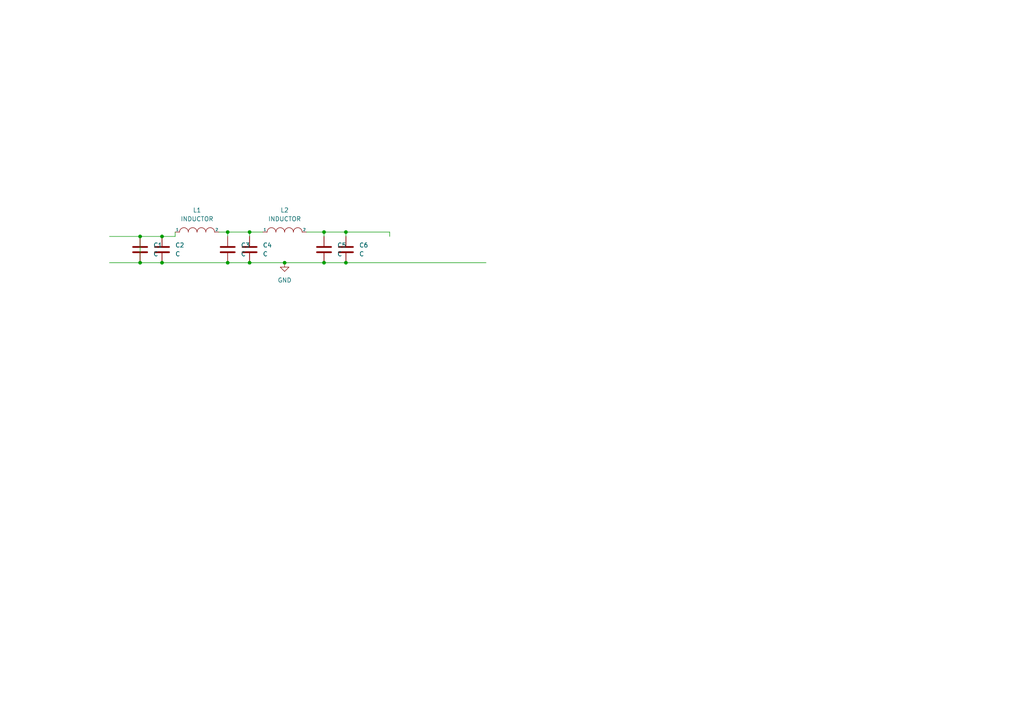
<source format=kicad_sch>
(kicad_sch (version 20230121) (generator eeschema)
  (paper "A4")
  (lib_symbols
    (symbol "Device:C" (pin_numbers hide) (pin_names (offset 0.254))
      (property "Reference" "C" (at 0.635 2.54 0))
      (property "Value" "C" (at 0.635 -2.54 0))
      (symbol "C_0_1"
        (polyline (pts (xy -2.032 -0.762) (xy 2.032 -0.762)) (stroke (width 0.508)))
        (polyline (pts (xy -2.032 0.762) (xy 2.032 0.762)) (stroke (width 0.508)))
      )
      (symbol "C_1_1"
        (pin passive line (at 0 3.81 270) (length 2.794) (name "~") (number "1"))
        (pin passive line (at 0 -3.81 90) (length 2.794) (name "~") (number "2"))
      )
    )
    (symbol "power:GND" (power) (pin_names (offset 0))
      (property "Value" "GND" (at 0 -3.81 0))
      (symbol "GND_0_1"
        (polyline (pts (xy 0 0) (xy 0 -1.27) (xy 1.27 -1.27) (xy 0 -2.54) (xy -1.27 -1.27) (xy 0 -1.27)))
      )
      (symbol "GND_1_1"
        (pin power_in line (at 0 0 270) (length 0) hide (name "GND") (number "1"))
      )
    )
    (symbol "pspice:INDUCTOR" (pin_numbers hide) (pin_names (offset 0))
      (property "Reference" "L" (at 0 2.54 0))
      (property "Value" "INDUCTOR" (at 0 -1.27 0))
      (symbol "INDUCTOR_0_1"
        (arc (start -2.54 0) (mid -3.81 1.2645) (end -5.08 0))
        (arc (start 0 0) (mid -1.27 1.2645) (end -2.54 0))
        (arc (start 2.54 0) (mid 1.27 1.2645) (end 0 0))
        (arc (start 5.08 0) (mid 3.81 1.2645) (end 2.54 0))
      )
      (symbol "INDUCTOR_1_1"
        (pin input line (at -6.35 0 0) (length 1.27) (name "1") (number "1"))
        (pin input line (at 6.35 0 180) (length 1.27) (name "2") (number "2"))
      )
    )
  )
  (junction (at 72.39 67.31))
  (junction (at 93.98 67.31))
  (junction (at 66.04 67.31))
  (junction (at 40.64 68.58))
  (junction (at 93.98 76.2))
  (junction (at 100.33 76.2))
  (junction (at 46.99 76.2))
  (junction (at 100.33 67.31))
  (junction (at 72.39 76.2))
  (junction (at 40.64 76.2))
  (junction (at 82.55 76.2))
  (junction (at 46.99 68.58))
  (junction (at 66.04 76.2))
  (wire (pts (xy 40.64 68.58) (xy 46.99 68.58)))
  (wire (pts (xy 66.04 67.31) (xy 66.04 68.58)))
  (wire (pts (xy 93.98 67.31) (xy 93.98 68.58)))
  (wire (pts (xy 40.64 76.2) (xy 46.99 76.2)))
  (wire (pts (xy 72.39 67.31) (xy 66.04 67.31)))
  (wire (pts (xy 100.33 67.31) (xy 100.33 68.58)))
  (wire (pts (xy 46.99 68.58) (xy 50.8 68.58)))
  (wire (pts (xy 93.98 67.31) (xy 100.33 67.31)))
  (wire (pts (xy 82.55 76.2) (xy 93.98 76.2)))
  (wire (pts (xy 100.33 67.31) (xy 113.03 67.31)))
  (wire (pts (xy 93.98 76.2) (xy 100.33 76.2)))
  (wire (pts (xy 66.04 76.2) (xy 72.39 76.2)))
  (wire (pts (xy 50.8 68.58) (xy 50.8 67.31)))
  (wire (pts (xy 40.64 68.58) (xy 40.64 76.2)))
  (wire (pts (xy 72.39 67.31) (xy 76.2 67.31)))
  (wire (pts (xy 113.03 67.31) (xy 113.03 68.58)))
  (wire (pts (xy 100.33 76.2) (xy 140.97 76.2)))
  (wire (pts (xy 31.75 76.2) (xy 40.64 76.2)))
  (wire (pts (xy 72.39 68.58) (xy 72.39 67.31)))
  (wire (pts (xy 88.9 67.31) (xy 93.98 67.31)))
  (wire (pts (xy 72.39 76.2) (xy 82.55 76.2)))
  (wire (pts (xy 46.99 76.2) (xy 66.04 76.2)))
  (wire (pts (xy 31.75 68.58) (xy 40.64 68.58)))
  (wire (pts (xy 63.5 67.31) (xy 66.04 67.31)))
  (symbol (lib_id "pspice:INDUCTOR") (at 82.55 67.31 0) (unit 1)
    (property "Reference" "L2" (at 82.55 60.96 0))
    (property "Value" "INDUCTOR" (at 82.55 63.5 0))
    (property "Footprint" "Inductor_THT:L_Toroid_Vertical_L14.7mm_W8.6mm_P5.58mm_Pulse_KM-1" (effects hide))
  )
  (symbol (lib_id "Device:C") (at 46.99 72.39 0) (unit 1)
    (property "Reference" "C2" (at 50.8 71.1199 0) (effects (justify left)))
    (property "Value" "C" (at 50.8 73.6599 0) (effects (justify left)))
    (property "Footprint" "Capacitor_SMD:C_1206_3216Metric" (effects hide))
  )
  (symbol (lib_id "Device:C") (at 100.33 72.39 0) (unit 1)
    (property "Reference" "C6" (at 104.14 71.1199 0) (effects (justify left)))
    (property "Value" "C" (at 104.14 73.6599 0) (effects (justify left)))
    (property "Footprint" "Capacitor_SMD:C_1206_3216Metric" (effects hide))
  )
  (symbol (lib_id "power:GND") (at 82.55 76.2 0) (unit 1)
    (property "Reference" "#PWR0101" (effects hide))
    (property "Value" "GND" (at 82.55 81.28 0))
  )
  (symbol (lib_id "Device:C") (at 93.98 72.39 0) (unit 1)
    (property "Reference" "C5" (at 97.79 71.1199 0) (effects (justify left)))
    (property "Value" "C" (at 97.79 73.6599 0) (effects (justify left)))
    (property "Footprint" "Capacitor_SMD:C_1206_3216Metric" (effects hide))
  )
  (symbol (lib_id "pspice:INDUCTOR") (at 57.15 67.31 0) (unit 1)
    (property "Reference" "L1" (at 57.15 60.96 0))
    (property "Value" "INDUCTOR" (at 57.15 63.5 0))
    (property "Footprint" "Inductor_THT:L_Toroid_Vertical_L14.7mm_W8.6mm_P5.58mm_Pulse_KM-1" (effects hide))
  )
  (symbol (lib_id "Device:C") (at 72.39 72.39 0) (unit 1)
    (property "Reference" "C4" (at 76.2 71.1199 0) (effects (justify left)))
    (property "Value" "C" (at 76.2 73.6599 0) (effects (justify left)))
    (property "Footprint" "Capacitor_SMD:C_1206_3216Metric" (effects hide))
  )
  (symbol (lib_id "Device:C") (at 40.64 72.39 0) (unit 1)
    (property "Reference" "C1" (at 44.45 71.1199 0) (effects (justify left)))
    (property "Value" "C" (at 44.45 73.6599 0) (effects (justify left)))
    (property "Footprint" "Capacitor_SMD:C_1206_3216Metric" (effects hide))
  )
  (symbol (lib_id "Device:C") (at 66.04 72.39 0) (unit 1)
    (property "Reference" "C3" (at 69.85 71.1199 0) (effects (justify left)))
    (property "Value" "C" (at 69.85 73.6599 0) (effects (justify left)))
    (property "Footprint" "Capacitor_SMD:C_1206_3216Metric" (effects hide))
  )
)
</source>
